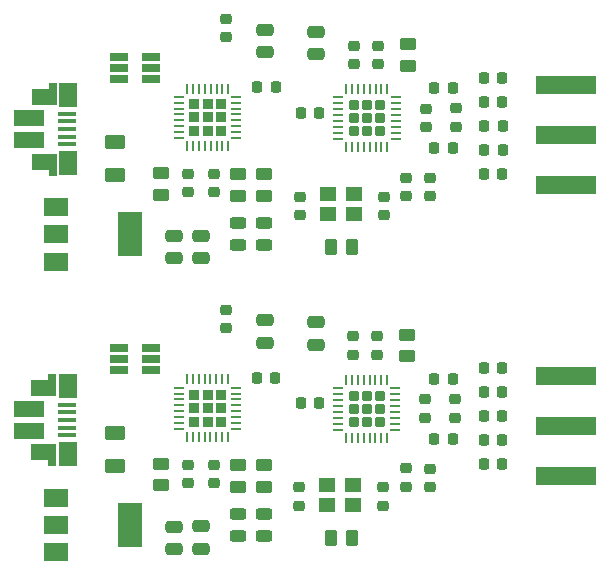
<source format=gbr>
%TF.GenerationSoftware,KiCad,Pcbnew,7.0.2*%
%TF.CreationDate,2023-04-27T09:09:23+02:00*%
%TF.ProjectId,STM32_RF,53544d33-325f-4524-962e-6b696361645f,rev?*%
%TF.SameCoordinates,Original*%
%TF.FileFunction,Paste,Top*%
%TF.FilePolarity,Positive*%
%FSLAX46Y46*%
G04 Gerber Fmt 4.6, Leading zero omitted, Abs format (unit mm)*
G04 Created by KiCad (PCBNEW 7.0.2) date 2023-04-27 09:09:23*
%MOMM*%
%LPD*%
G01*
G04 APERTURE LIST*
G04 Aperture macros list*
%AMRoundRect*
0 Rectangle with rounded corners*
0 $1 Rounding radius*
0 $2 $3 $4 $5 $6 $7 $8 $9 X,Y pos of 4 corners*
0 Add a 4 corners polygon primitive as box body*
4,1,4,$2,$3,$4,$5,$6,$7,$8,$9,$2,$3,0*
0 Add four circle primitives for the rounded corners*
1,1,$1+$1,$2,$3*
1,1,$1+$1,$4,$5*
1,1,$1+$1,$6,$7*
1,1,$1+$1,$8,$9*
0 Add four rect primitives between the rounded corners*
20,1,$1+$1,$2,$3,$4,$5,0*
20,1,$1+$1,$4,$5,$6,$7,0*
20,1,$1+$1,$6,$7,$8,$9,0*
20,1,$1+$1,$8,$9,$2,$3,0*%
G04 Aperture macros list end*
%ADD10RoundRect,0.250000X0.475000X-0.250000X0.475000X0.250000X-0.475000X0.250000X-0.475000X-0.250000X0*%
%ADD11RoundRect,0.243750X0.456250X-0.243750X0.456250X0.243750X-0.456250X0.243750X-0.456250X-0.243750X0*%
%ADD12RoundRect,0.225000X0.250000X-0.225000X0.250000X0.225000X-0.250000X0.225000X-0.250000X-0.225000X0*%
%ADD13RoundRect,0.225000X-0.225000X-0.250000X0.225000X-0.250000X0.225000X0.250000X-0.225000X0.250000X0*%
%ADD14RoundRect,0.218750X0.256250X-0.218750X0.256250X0.218750X-0.256250X0.218750X-0.256250X-0.218750X0*%
%ADD15RoundRect,0.225000X-0.250000X0.225000X-0.250000X-0.225000X0.250000X-0.225000X0.250000X0.225000X0*%
%ADD16RoundRect,0.250000X-0.450000X0.262500X-0.450000X-0.262500X0.450000X-0.262500X0.450000X0.262500X0*%
%ADD17R,2.000000X1.500000*%
%ADD18R,2.000000X3.800000*%
%ADD19RoundRect,0.225000X0.225000X0.250000X-0.225000X0.250000X-0.225000X-0.250000X0.225000X-0.250000X0*%
%ADD20R,1.650000X0.400000*%
%ADD21R,0.700000X1.825000*%
%ADD22R,1.500000X2.000000*%
%ADD23R,2.000000X1.350000*%
%ADD24R,2.500000X1.430000*%
%ADD25RoundRect,0.218750X-0.218750X-0.256250X0.218750X-0.256250X0.218750X0.256250X-0.218750X0.256250X0*%
%ADD26RoundRect,0.250000X-0.262500X-0.450000X0.262500X-0.450000X0.262500X0.450000X-0.262500X0.450000X0*%
%ADD27R,5.080000X1.500000*%
%ADD28RoundRect,0.232500X0.232500X-0.232500X0.232500X0.232500X-0.232500X0.232500X-0.232500X-0.232500X0*%
%ADD29RoundRect,0.062500X0.062500X-0.375000X0.062500X0.375000X-0.062500X0.375000X-0.062500X-0.375000X0*%
%ADD30RoundRect,0.062500X0.375000X-0.062500X0.375000X0.062500X-0.375000X0.062500X-0.375000X-0.062500X0*%
%ADD31R,1.560000X0.650000*%
%ADD32RoundRect,0.250000X-0.625000X0.375000X-0.625000X-0.375000X0.625000X-0.375000X0.625000X0.375000X0*%
%ADD33R,1.400000X1.200000*%
%ADD34RoundRect,0.222500X-0.222500X-0.222500X0.222500X-0.222500X0.222500X0.222500X-0.222500X0.222500X0*%
%ADD35RoundRect,0.062500X-0.375000X-0.062500X0.375000X-0.062500X0.375000X0.062500X-0.375000X0.062500X0*%
%ADD36RoundRect,0.062500X-0.062500X-0.375000X0.062500X-0.375000X0.062500X0.375000X-0.062500X0.375000X0*%
%ADD37RoundRect,0.250000X0.450000X-0.262500X0.450000X0.262500X-0.450000X0.262500X-0.450000X-0.262500X0*%
%ADD38RoundRect,0.250000X-0.475000X0.250000X-0.475000X-0.250000X0.475000X-0.250000X0.475000X0.250000X0*%
G04 APERTURE END LIST*
D10*
%TO.C,C1*%
X92521251Y-78876414D03*
X92521251Y-76976414D03*
%TD*%
D11*
%TO.C,D2*%
X95620051Y-77760714D03*
X95620051Y-75885714D03*
%TD*%
D12*
%TO.C,C9*%
X105427392Y-62434203D03*
X105427392Y-60884203D03*
%TD*%
D11*
%TO.C,D1*%
X97855251Y-77789214D03*
X97855251Y-75914214D03*
%TD*%
D13*
%TO.C,C17*%
X116489692Y-63597603D03*
X118039692Y-63597603D03*
%TD*%
D14*
%TO.C,L3*%
X114063392Y-67763203D03*
X114063392Y-66188203D03*
%TD*%
D13*
%TO.C,C18*%
X116489692Y-65629603D03*
X118039692Y-65629603D03*
%TD*%
D15*
%TO.C,C15*%
X111523392Y-66213203D03*
X111523392Y-67763203D03*
%TD*%
D13*
%TO.C,C19*%
X116489692Y-71725603D03*
X118039692Y-71725603D03*
%TD*%
D16*
%TO.C,R4*%
X97855251Y-71796714D03*
X97855251Y-73621714D03*
%TD*%
D17*
%TO.C,U1*%
X80227251Y-74574814D03*
X80227251Y-76874814D03*
D18*
X86527251Y-76874814D03*
D17*
X80227251Y-79174814D03*
%TD*%
D19*
%TO.C,C16*%
X113822392Y-69528203D03*
X112272392Y-69528203D03*
%TD*%
D20*
%TO.C,J3*%
X81142051Y-66654814D03*
X81142051Y-67304814D03*
X81142051Y-67954814D03*
X81142051Y-68604814D03*
X81142051Y-69254814D03*
D21*
X79942051Y-65004814D03*
D22*
X81242051Y-65104814D03*
D23*
X79192051Y-65224814D03*
D24*
X77992051Y-66994814D03*
X77992051Y-68914814D03*
D23*
X79192051Y-70704814D03*
D22*
X81262051Y-70854814D03*
D21*
X79942051Y-70954814D03*
%TD*%
D13*
%TO.C,C14*%
X112272392Y-64448203D03*
X113822392Y-64448203D03*
%TD*%
D12*
%TO.C,C7*%
X94654851Y-60161614D03*
X94654851Y-58611614D03*
%TD*%
D10*
%TO.C,C3*%
X97906051Y-61431614D03*
X97906051Y-59531614D03*
%TD*%
D25*
%TO.C,L2*%
X116477192Y-69693603D03*
X118052192Y-69693603D03*
%TD*%
D26*
%TO.C,R3*%
X103498892Y-77923203D03*
X105323892Y-77923203D03*
%TD*%
D12*
%TO.C,C20*%
X100855392Y-75220203D03*
X100855392Y-73670203D03*
%TD*%
D15*
%TO.C,C10*%
X109891392Y-72055203D03*
X109891392Y-73605203D03*
%TD*%
D10*
%TO.C,C13*%
X102227892Y-61601203D03*
X102227892Y-59701203D03*
%TD*%
D27*
%TO.C,J2*%
X123432892Y-68474403D03*
X123432892Y-64224403D03*
X123432892Y-72724403D03*
%TD*%
D28*
%TO.C,U2*%
X91930051Y-68118814D03*
X93080051Y-68118814D03*
X94230051Y-68118814D03*
X91930051Y-66968814D03*
X93080051Y-66968814D03*
X94230051Y-66968814D03*
X91930051Y-65818814D03*
X93080051Y-65818814D03*
X94230051Y-65818814D03*
D29*
X91330051Y-69406314D03*
X91830051Y-69406314D03*
X92330051Y-69406314D03*
X92830051Y-69406314D03*
X93330051Y-69406314D03*
X93830051Y-69406314D03*
X94330051Y-69406314D03*
X94830051Y-69406314D03*
D30*
X95517551Y-68718814D03*
X95517551Y-68218814D03*
X95517551Y-67718814D03*
X95517551Y-67218814D03*
X95517551Y-66718814D03*
X95517551Y-66218814D03*
X95517551Y-65718814D03*
X95517551Y-65218814D03*
D29*
X94830051Y-64531314D03*
X94330051Y-64531314D03*
X93830051Y-64531314D03*
X93330051Y-64531314D03*
X92830051Y-64531314D03*
X92330051Y-64531314D03*
X91830051Y-64531314D03*
X91330051Y-64531314D03*
D30*
X90642551Y-65218814D03*
X90642551Y-65718814D03*
X90642551Y-66218814D03*
X90642551Y-66718814D03*
X90642551Y-67218814D03*
X90642551Y-67718814D03*
X90642551Y-68218814D03*
X90642551Y-68718814D03*
%TD*%
D31*
%TO.C,U3*%
X88283251Y-63753214D03*
X88283251Y-62803214D03*
X88283251Y-61853214D03*
X85583251Y-61853214D03*
X85583251Y-62803214D03*
X85583251Y-63753214D03*
%TD*%
D16*
%TO.C,R1*%
X89117651Y-71670314D03*
X89117651Y-73495314D03*
%TD*%
D32*
%TO.C,F1*%
X85206051Y-69023214D03*
X85206051Y-71823214D03*
%TD*%
D15*
%TO.C,C5*%
X91454451Y-71744014D03*
X91454451Y-73294014D03*
%TD*%
D33*
%TO.C,Y1*%
X103227392Y-75129203D03*
X105427392Y-75129203D03*
X105427392Y-73429203D03*
X103227392Y-73429203D03*
%TD*%
D34*
%TO.C,U4*%
X105445892Y-65921203D03*
X105445892Y-67021203D03*
X105445892Y-68121203D03*
X106545892Y-65921203D03*
X106545892Y-67021203D03*
X106545892Y-68121203D03*
X107645892Y-65921203D03*
X107645892Y-67021203D03*
X107645892Y-68121203D03*
D35*
X104108392Y-65271203D03*
X104108392Y-65771203D03*
X104108392Y-66271203D03*
X104108392Y-66771203D03*
X104108392Y-67271203D03*
X104108392Y-67771203D03*
X104108392Y-68271203D03*
X104108392Y-68771203D03*
D36*
X104795892Y-69458703D03*
X105295892Y-69458703D03*
X105795892Y-69458703D03*
X106295892Y-69458703D03*
X106795892Y-69458703D03*
X107295892Y-69458703D03*
X107795892Y-69458703D03*
X108295892Y-69458703D03*
D35*
X108983392Y-68771203D03*
X108983392Y-68271203D03*
X108983392Y-67771203D03*
X108983392Y-67271203D03*
X108983392Y-66771203D03*
X108983392Y-66271203D03*
X108983392Y-65771203D03*
X108983392Y-65271203D03*
D36*
X108295892Y-64583703D03*
X107795892Y-64583703D03*
X107295892Y-64583703D03*
X106795892Y-64583703D03*
X106295892Y-64583703D03*
X105795892Y-64583703D03*
X105295892Y-64583703D03*
X104795892Y-64583703D03*
%TD*%
D37*
%TO.C,R2*%
X109999392Y-62571703D03*
X109999392Y-60746703D03*
%TD*%
D25*
%TO.C,L1*%
X116477192Y-67661603D03*
X118052192Y-67661603D03*
%TD*%
D13*
%TO.C,C6*%
X97282551Y-64400814D03*
X98832551Y-64400814D03*
%TD*%
D12*
%TO.C,C12*%
X107459392Y-62434203D03*
X107459392Y-60884203D03*
%TD*%
D38*
%TO.C,C2*%
X90235251Y-76991614D03*
X90235251Y-78891614D03*
%TD*%
D16*
%TO.C,R5*%
X95620051Y-71768214D03*
X95620051Y-73593214D03*
%TD*%
D15*
%TO.C,C21*%
X107967392Y-73670203D03*
X107967392Y-75220203D03*
%TD*%
%TO.C,C8*%
X111923392Y-72068203D03*
X111923392Y-73618203D03*
%TD*%
D19*
%TO.C,C11*%
X102541851Y-66562414D03*
X100991851Y-66562414D03*
%TD*%
D15*
%TO.C,C4*%
X93591892Y-71738603D03*
X93591892Y-73288603D03*
%TD*%
D20*
%TO.C,J3*%
X81127600Y-91278400D03*
X81127600Y-91928400D03*
X81127600Y-92578400D03*
X81127600Y-93228400D03*
X81127600Y-93878400D03*
D21*
X79927600Y-89628400D03*
D22*
X81227600Y-89728400D03*
D23*
X79177600Y-89848400D03*
D24*
X77977600Y-91618400D03*
X77977600Y-93538400D03*
D23*
X79177600Y-95328400D03*
D22*
X81247600Y-95478400D03*
D21*
X79927600Y-95578400D03*
%TD*%
D31*
%TO.C,U3*%
X85568800Y-88376800D03*
X85568800Y-87426800D03*
X85568800Y-86476800D03*
X88268800Y-86476800D03*
X88268800Y-87426800D03*
X88268800Y-88376800D03*
%TD*%
D14*
%TO.C,L3*%
X114048941Y-92386789D03*
X114048941Y-90811789D03*
%TD*%
D25*
%TO.C,L1*%
X116462741Y-92285189D03*
X118037741Y-92285189D03*
%TD*%
D13*
%TO.C,C17*%
X116475241Y-88221189D03*
X118025241Y-88221189D03*
%TD*%
D19*
%TO.C,C16*%
X113807941Y-94151789D03*
X112257941Y-94151789D03*
%TD*%
D12*
%TO.C,C12*%
X107444941Y-87057789D03*
X107444941Y-85507789D03*
%TD*%
D30*
%TO.C,U2*%
X90628100Y-93342400D03*
X90628100Y-92842400D03*
X90628100Y-92342400D03*
X90628100Y-91842400D03*
X90628100Y-91342400D03*
X90628100Y-90842400D03*
X90628100Y-90342400D03*
X90628100Y-89842400D03*
D29*
X91315600Y-89154900D03*
X91815600Y-89154900D03*
X92315600Y-89154900D03*
X92815600Y-89154900D03*
X93315600Y-89154900D03*
X93815600Y-89154900D03*
X94315600Y-89154900D03*
X94815600Y-89154900D03*
D30*
X95503100Y-89842400D03*
X95503100Y-90342400D03*
X95503100Y-90842400D03*
X95503100Y-91342400D03*
X95503100Y-91842400D03*
X95503100Y-92342400D03*
X95503100Y-92842400D03*
X95503100Y-93342400D03*
D29*
X94815600Y-94029900D03*
X94315600Y-94029900D03*
X93815600Y-94029900D03*
X93315600Y-94029900D03*
X92815600Y-94029900D03*
X92315600Y-94029900D03*
X91815600Y-94029900D03*
X91315600Y-94029900D03*
D28*
X94215600Y-90442400D03*
X93065600Y-90442400D03*
X91915600Y-90442400D03*
X94215600Y-91592400D03*
X93065600Y-91592400D03*
X91915600Y-91592400D03*
X94215600Y-92742400D03*
X93065600Y-92742400D03*
X91915600Y-92742400D03*
%TD*%
D37*
%TO.C,R2*%
X109984941Y-87195289D03*
X109984941Y-85370289D03*
%TD*%
D15*
%TO.C,C4*%
X93577441Y-96362189D03*
X93577441Y-97912189D03*
%TD*%
D19*
%TO.C,C11*%
X102527400Y-91186000D03*
X100977400Y-91186000D03*
%TD*%
D16*
%TO.C,R5*%
X95605600Y-98216800D03*
X95605600Y-96391800D03*
%TD*%
D15*
%TO.C,C15*%
X111508941Y-90836789D03*
X111508941Y-92386789D03*
%TD*%
D13*
%TO.C,C19*%
X116475241Y-96349189D03*
X118025241Y-96349189D03*
%TD*%
D16*
%TO.C,R4*%
X97840800Y-98245300D03*
X97840800Y-96420300D03*
%TD*%
D13*
%TO.C,C18*%
X116475241Y-90253189D03*
X118025241Y-90253189D03*
%TD*%
D11*
%TO.C,D1*%
X97840800Y-102412800D03*
X97840800Y-100537800D03*
%TD*%
D13*
%TO.C,C14*%
X112257941Y-89071789D03*
X113807941Y-89071789D03*
%TD*%
D32*
%TO.C,F1*%
X85191600Y-96446800D03*
X85191600Y-93646800D03*
%TD*%
D38*
%TO.C,C2*%
X90220800Y-101615200D03*
X90220800Y-103515200D03*
%TD*%
D13*
%TO.C,C6*%
X98818100Y-89024400D03*
X97268100Y-89024400D03*
%TD*%
D10*
%TO.C,C1*%
X92506800Y-103500000D03*
X92506800Y-101600000D03*
%TD*%
D17*
%TO.C,U1*%
X80212800Y-103798400D03*
D18*
X86512800Y-101498400D03*
D17*
X80212800Y-101498400D03*
X80212800Y-99198400D03*
%TD*%
D10*
%TO.C,C3*%
X97891600Y-86055200D03*
X97891600Y-84155200D03*
%TD*%
D12*
%TO.C,C7*%
X94640400Y-84785200D03*
X94640400Y-83235200D03*
%TD*%
D11*
%TO.C,D2*%
X95605600Y-102384300D03*
X95605600Y-100509300D03*
%TD*%
D25*
%TO.C,L2*%
X116462741Y-94317189D03*
X118037741Y-94317189D03*
%TD*%
D12*
%TO.C,C9*%
X105412941Y-87057789D03*
X105412941Y-85507789D03*
%TD*%
D16*
%TO.C,R1*%
X89103200Y-98118900D03*
X89103200Y-96293900D03*
%TD*%
D34*
%TO.C,U4*%
X105431441Y-90544789D03*
X105431441Y-91644789D03*
X105431441Y-92744789D03*
X106531441Y-90544789D03*
X106531441Y-91644789D03*
X106531441Y-92744789D03*
X107631441Y-90544789D03*
X107631441Y-91644789D03*
X107631441Y-92744789D03*
D35*
X104093941Y-89894789D03*
X104093941Y-90394789D03*
X104093941Y-90894789D03*
X104093941Y-91394789D03*
X104093941Y-91894789D03*
X104093941Y-92394789D03*
X104093941Y-92894789D03*
X104093941Y-93394789D03*
D36*
X104781441Y-94082289D03*
X105281441Y-94082289D03*
X105781441Y-94082289D03*
X106281441Y-94082289D03*
X106781441Y-94082289D03*
X107281441Y-94082289D03*
X107781441Y-94082289D03*
X108281441Y-94082289D03*
D35*
X108968941Y-93394789D03*
X108968941Y-92894789D03*
X108968941Y-92394789D03*
X108968941Y-91894789D03*
X108968941Y-91394789D03*
X108968941Y-90894789D03*
X108968941Y-90394789D03*
X108968941Y-89894789D03*
D36*
X108281441Y-89207289D03*
X107781441Y-89207289D03*
X107281441Y-89207289D03*
X106781441Y-89207289D03*
X106281441Y-89207289D03*
X105781441Y-89207289D03*
X105281441Y-89207289D03*
X104781441Y-89207289D03*
%TD*%
D33*
%TO.C,Y1*%
X103212941Y-99752789D03*
X105412941Y-99752789D03*
X105412941Y-98052789D03*
X103212941Y-98052789D03*
%TD*%
D15*
%TO.C,C21*%
X107952941Y-98293789D03*
X107952941Y-99843789D03*
%TD*%
%TO.C,C8*%
X111908941Y-96691789D03*
X111908941Y-98241789D03*
%TD*%
%TO.C,C5*%
X91440000Y-96367600D03*
X91440000Y-97917600D03*
%TD*%
D10*
%TO.C,C13*%
X102213441Y-86224789D03*
X102213441Y-84324789D03*
%TD*%
D27*
%TO.C,J2*%
X123418441Y-93097989D03*
X123418441Y-88847989D03*
X123418441Y-97347989D03*
%TD*%
D12*
%TO.C,C20*%
X100840941Y-99843789D03*
X100840941Y-98293789D03*
%TD*%
D15*
%TO.C,C10*%
X109876941Y-96678789D03*
X109876941Y-98228789D03*
%TD*%
D26*
%TO.C,R3*%
X103484441Y-102546789D03*
X105309441Y-102546789D03*
%TD*%
M02*

</source>
